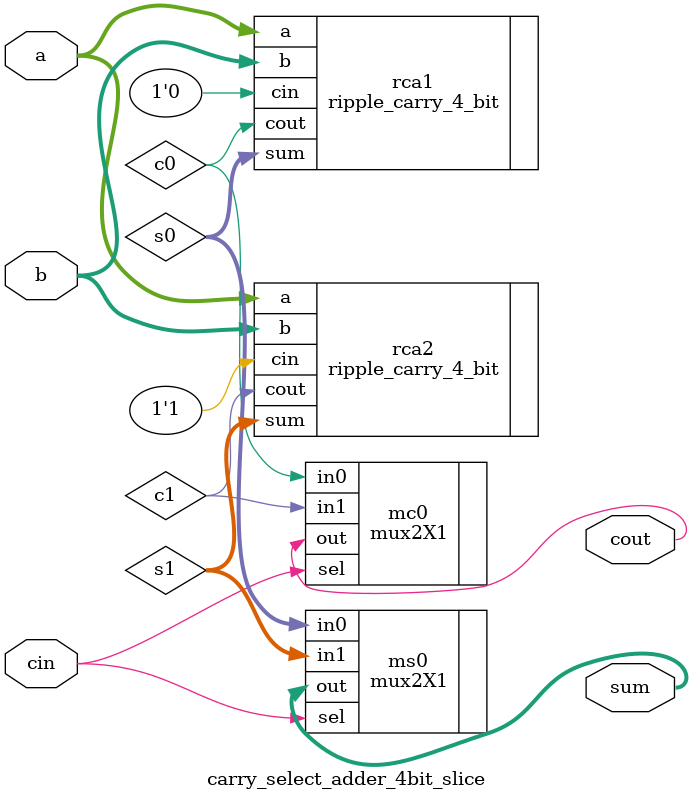
<source format=v>
module carry_select_adder_4bit_slice(a, b, cin, sum, cout);
input [3:0] a,b;
input cin;
output [3:0] sum;
output cout;
 
wire [3:0] s0,s1;
wire c0,c1;
 
ripple_carry_4_bit rca1(
.a(a[3:0]),
.b(b[3:0]),
.cin(1'b0),
.sum(s0[3:0]),
.cout(c0));
 
ripple_carry_4_bit rca2(
.a(a[3:0]),
.b(b[3:0]),
.cin(1'b1),
.sum(s1[3:0]),
.cout(c1));
 
mux2X1 #(4) ms0(
.in0(s0[3:0]),
.in1(s1[3:0]),
.sel(cin),
.out(sum[3:0]));
 
mux2X1 #(1) mc0(
.in0(c0),
.in1(c1),
.sel(cin),
.out(cout));
endmodule
</source>
